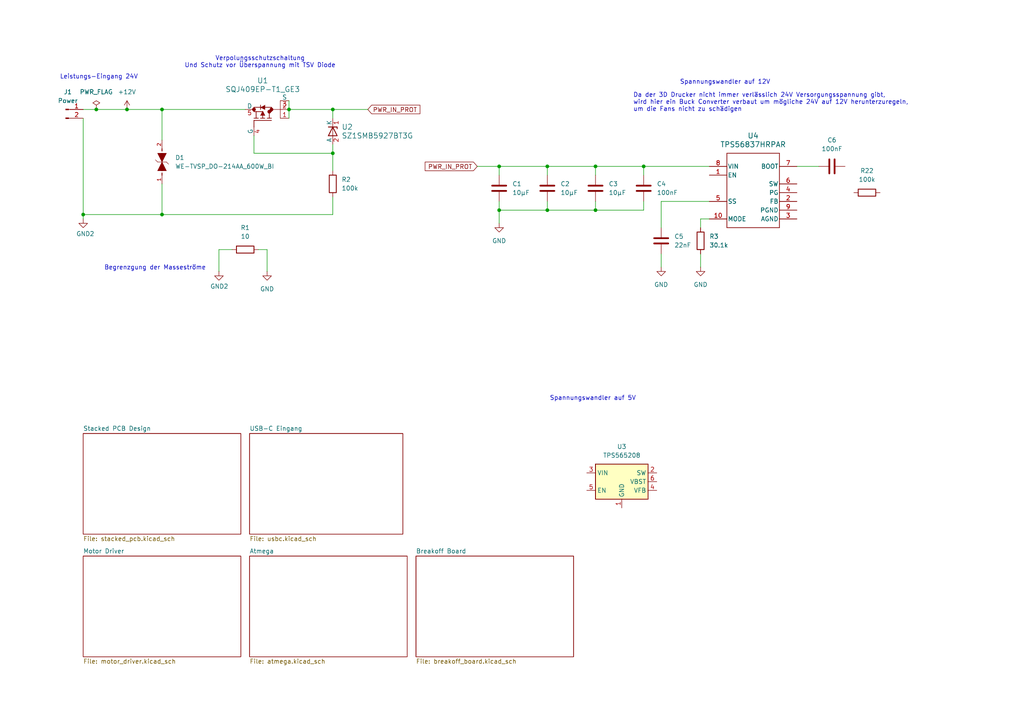
<source format=kicad_sch>
(kicad_sch (version 20231120) (generator "eeschema") (generator_version "8.0")
  (paper "A4")
  (lib_symbols
    (symbol "Connector:Conn_01x02_Pin" (pin_names (offset 1.016) hide)
      (property "Reference" "J" (at 0 2.54 0))
      (property "Value" "Conn_01x02_Pin" (at 0 -5.08 0))
      (symbol "Conn_01x02_Pin_1_1"
        (polyline (pts (xy 1.27 -2.54) (xy 0.8636 -2.54)) (stroke (width 0.1524)))
        (polyline (pts (xy 1.27 0) (xy 0.8636 0)) (stroke (width 0.1524)))
        (rectangle (start 0.8636 -2.413) (end 0 -2.667) (stroke (width 0.1524)) (fill (type outline)))
        (rectangle (start 0.8636 0.127) (end 0 -0.127) (stroke (width 0.1524)) (fill (type outline)))
        (pin passive line (at 5.08 0 180) (length 3.81) (name "Pin_1") (number "1"))
        (pin passive line (at 5.08 -2.54 180) (length 3.81) (name "Pin_2") (number "2"))
      )
    )
    (symbol "Device:C" (pin_numbers hide) (pin_names (offset 0.254))
      (property "Reference" "C" (at 0.635 2.54 0))
      (property "Value" "C" (at 0.635 -2.54 0))
      (symbol "C_0_1"
        (polyline (pts (xy -2.032 -0.762) (xy 2.032 -0.762)) (stroke (width 0.508)))
        (polyline (pts (xy -2.032 0.762) (xy 2.032 0.762)) (stroke (width 0.508)))
      )
      (symbol "C_1_1"
        (pin passive line (at 0 3.81 270) (length 2.794) (name "~") (number "1"))
        (pin passive line (at 0 -3.81 90) (length 2.794) (name "~") (number "2"))
      )
    )
    (symbol "Device:R" (pin_numbers hide) (pin_names (offset 0))
      (property "Reference" "R" (at 2.032 0 90))
      (property "Value" "R" (at 0 0 90))
      (symbol "R_0_1"
        (rectangle (start -1.016 -2.54) (end 1.016 2.54) (stroke (width 0.254)))
      )
      (symbol "R_1_1"
        (pin passive line (at 0 3.81 270) (length 1.27) (name "~") (number "1"))
        (pin passive line (at 0 -3.81 90) (length 1.27) (name "~") (number "2"))
      )
    )
    (symbol "Imported_Component_Symbols:SQJ409EP-T1_GE3" (pin_names (offset 0))
      (property "Reference" "U" (at 0 6.604 0))
      (property "Value" "SQJ409EP-T1_GE3" (at 0 8.89 0))
      (symbol "SQJ409EP-T1_GE3_0_1"
        (circle (center -2.54 0) (radius 0.0254) (stroke (width 0.508)))
        (polyline (pts (xy -2.54 -5.08) (xy -2.54 -3.175)) (stroke (width 0.2032)))
        (polyline (pts (xy -2.54 -0.635) (xy -2.54 0.635)) (stroke (width 0.2032)))
        (polyline (pts (xy -1.905 -2.54) (xy -1.905 -0.635)) (stroke (width 0.2032)))
        (polyline (pts (xy -1.905 -0.635) (xy -2.54 -0.635)) (stroke (width 0.2032)))
        (polyline (pts (xy -1.905 -0.635) (xy 0 -0.635)) (stroke (width 0.2032)))
        (polyline (pts (xy -1.27 -2.54) (xy -2.54 -2.54)) (stroke (width 0.2032)))
        (polyline (pts (xy -0.635 0.635) (xy -2.54 0.635)) (stroke (width 0.2032)))
        (polyline (pts (xy -0.635 1.27) (xy -0.635 0)) (stroke (width 0.2032)))
        (polyline (pts (xy 0 -1.778) (xy 0 -2.413)) (stroke (width 0.2032)))
        (polyline (pts (xy 0.635 -2.54) (xy -0.635 -2.54)) (stroke (width 0.2032)))
        (polyline (pts (xy 1.905 -2.54) (xy 1.905 -0.635)) (stroke (width 0.2032)))
        (polyline (pts (xy 1.905 -0.635) (xy 2.54 -0.635)) (stroke (width 0.127)))
        (polyline (pts (xy 2.54 -3.175) (xy -2.54 -3.175)) (stroke (width 0.2032)))
        (polyline (pts (xy 2.54 -2.54) (xy 1.27 -2.54)) (stroke (width 0.2032)))
        (polyline (pts (xy 2.54 -0.635) (xy 2.54 0.635)) (stroke (width 0.2032)))
        (polyline (pts (xy 2.54 0) (xy 5.08 0)) (stroke (width 0.127)))
        (polyline (pts (xy 2.54 0.635) (xy 0.635 0.635)) (stroke (width 0.2032)))
        (polyline (pts (xy 5.08 -2.54) (xy 5.08 2.54)) (stroke (width 0.127)))
        (polyline (pts (xy 0.635 -1.778) (xy 0 -0.508) (xy -0.635 -1.778)) (fill (type outline)))
        (polyline (pts (xy 0.635 1.27) (xy 0.635 0) (xy -0.635 0.635)) (fill (type outline)))
        (circle (center 1.905 -0.635) (radius 0.0254) (stroke (width 0.508)))
        (circle (center 2.54 0) (radius 0.0254) (stroke (width 0.508)))
      )
      (symbol "SQJ409EP-T1_GE3_1_1"
        (pin passive line (at 7.62 -2.54 180) (length 2.54) (name "") (number "1"))
        (pin passive line (at 7.62 0 180) (length 2.54) (name "") (number "2"))
        (pin passive line (at 7.62 2.54 180) (length 2.54) (name "S") (number "3"))
        (pin input line (at -2.54 -7.62 90) (length 2.54) (name "G") (number "4"))
        (pin passive line (at -5.08 0 0) (length 2.54) (name "D") (number "5"))
      )
    )
    (symbol "Imported_Component_Symbols:SZ1SMB5927BT3G" (pin_names (offset 0))
      (property "Reference" "U" (at 0 10.16 0))
      (property "Value" "SZ1SMB5927BT3G" (at 0 7.62 0))
      (symbol "SZ1SMB5927BT3G_0_1"
        (polyline (pts (xy 1.27 0) (xy -1.27 0)))
        (polyline (pts (xy -1.27 -1.27) (xy -1.27 1.27) (xy -0.762 1.27)) (stroke (width 0.254)))
        (polyline (pts (xy 1.27 -1.27) (xy 1.27 1.27) (xy -1.27 0) (xy 1.27 -1.27)) (stroke (width 0.254)))
      )
      (symbol "SZ1SMB5927BT3G_1_1"
        (pin passive line (at -3.81 0 0) (length 2.54) (name "K") (number "1"))
        (pin passive line (at 3.81 0 180) (length 2.54) (name "A") (number "2"))
      )
    )
    (symbol "Imported_Component_Symbols:TPS56837HRPAR" (pin_names (offset 0.254))
      (property "Reference" "U" (at -0.254 15.494 0))
      (property "Value" "TPS56837HRPAR" (at 0 11.938 0))
      (symbol "TPS56837HRPAR_0_1"
        (polyline (pts (xy -7.62 -11.43) (xy 7.62 -11.43)) (stroke (width 0.2032)))
        (polyline (pts (xy -7.62 10.16) (xy -7.62 -11.43)) (stroke (width 0.2032)))
        (polyline (pts (xy 7.62 -11.43) (xy 7.62 10.16)) (stroke (width 0.2032)))
        (polyline (pts (xy 7.62 10.16) (xy -7.62 10.16)) (stroke (width 0.2032)))
        (pin input line (at -12.7 3.81 0) (length 5.08) (name "EN") (number "1"))
        (pin unspecified line (at -12.7 -8.89 0) (length 5.08) (name "MODE") (number "10"))
        (pin unspecified line (at 12.7 -3.81 180) (length 5.08) (name "FB") (number "2"))
        (pin power_in line (at 12.7 -8.89 180) (length 5.08) (name "AGND") (number "3"))
        (pin open_collector line (at 12.7 -1.27 180) (length 5.08) (name "PG") (number "4"))
        (pin unspecified line (at -12.7 -3.81 0) (length 5.08) (name "SS") (number "5"))
        (pin unspecified line (at 12.7 1.27 180) (length 5.08) (name "SW") (number "6"))
        (pin unspecified line (at 12.7 6.35 180) (length 5.08) (name "BOOT") (number "7"))
        (pin power_in line (at -12.7 6.35 0) (length 5.08) (name "VIN") (number "8"))
        (pin power_in line (at 12.7 -6.35 180) (length 5.08) (name "PGND") (number "9"))
      )
    )
    (symbol "Imported_Component_Symbols:WE-TVSP_DO-214AA_600W_BI" (pin_names (offset 1.016))
      (property "Reference" "D" (at 1.27 2.54 0))
      (property "Value" "WE-TVSP_DO-214AA_600W_BI" (at -2.54 -3.81 0))
      (symbol "WE-TVSP_DO-214AA_600W_BI_0_0"
        (polyline (pts (xy -2.54 0) (xy -1.905 0)) (stroke (width 0.254)))
        (polyline (pts (xy -0.635 0) (xy -1.27 0)) (stroke (width 0.254)))
        (polyline (pts (xy 1.27 -1.27) (xy 0.635 -1.905)) (stroke (width 0.127)))
        (polyline (pts (xy 1.27 1.27) (xy 1.27 -1.27)) (stroke (width 0.127)))
        (polyline (pts (xy 1.905 1.905) (xy 1.27 1.27)) (stroke (width 0.127)))
        (polyline (pts (xy 3.175 0) (xy 3.81 0)) (stroke (width 0.254)))
        (polyline (pts (xy 5.08 0) (xy 4.445 0)) (stroke (width 0.254)))
        (polyline (pts (xy -1.27 1.27) (xy -1.27 -1.27) (xy 1.27 0) (xy -1.27 1.27)) (stroke (width 0.127)) (fill (type outline)))
        (polyline (pts (xy 3.81 -1.27) (xy 3.81 1.27) (xy 1.27 0) (xy 3.81 -1.27)) (stroke (width 0.127)) (fill (type outline)))
        (pin passive line (at -5.08 0 0) (length 2.54) (name "~") (number "1"))
        (pin passive line (at 7.62 0 180) (length 2.54) (name "~") (number "2"))
      )
    )
    (symbol "Regulator_Switching:TPS565208"
      (property "Reference" "U" (at -7.62 6.35 0))
      (property "Value" "TPS565208" (at -2.54 6.35 0))
      (symbol "TPS565208_0_1"
        (rectangle (start -7.62 5.08) (end 7.62 -5.08) (stroke (width 0.254)) (fill (type background)))
      )
      (symbol "TPS565208_1_1"
        (pin power_in line (at 0 -7.62 90) (length 2.54) (name "GND") (number "1"))
        (pin output line (at 10.16 2.54 180) (length 2.54) (name "SW") (number "2"))
        (pin power_in line (at -10.16 2.54 0) (length 2.54) (name "VIN") (number "3"))
        (pin input line (at 10.16 -2.54 180) (length 2.54) (name "VFB") (number "4"))
        (pin input line (at -10.16 -2.54 0) (length 2.54) (name "EN") (number "5"))
        (pin passive line (at 10.16 0 180) (length 2.54) (name "VBST") (number "6"))
      )
    )
    (symbol "power:+12V" (power) (pin_numbers hide) (pin_names (offset 0) hide)
      (property "Value" "+12V" (at 0 3.556 0))
      (symbol "+12V_0_1"
        (polyline (pts (xy -0.762 1.27) (xy 0 2.54)))
        (polyline (pts (xy 0 0) (xy 0 2.54)))
        (polyline (pts (xy 0 2.54) (xy 0.762 1.27)))
      )
      (symbol "+12V_1_1"
        (pin power_in line (at 0 0 90) (length 0) (name "~") (number "1"))
      )
    )
    (symbol "power:GND" (power) (pin_numbers hide) (pin_names (offset 0) hide)
      (property "Value" "GND" (at 0 -3.81 0))
      (symbol "GND_0_1"
        (polyline (pts (xy 0 0) (xy 0 -1.27) (xy 1.27 -1.27) (xy 0 -2.54) (xy -1.27 -1.27) (xy 0 -1.27)))
      )
      (symbol "GND_1_1"
        (pin power_in line (at 0 0 270) (length 0) (name "~") (number "1"))
      )
    )
    (symbol "power:GND2" (power) (pin_numbers hide) (pin_names (offset 0) hide)
      (property "Value" "GND2" (at 0 -3.81 0))
      (symbol "GND2_0_1"
        (polyline (pts (xy 0 0) (xy 0 -1.27) (xy 1.27 -1.27) (xy 0 -2.54) (xy -1.27 -1.27) (xy 0 -1.27)))
      )
      (symbol "GND2_1_1"
        (pin power_in line (at 0 0 270) (length 0) (name "~") (number "1"))
      )
    )
    (symbol "power:PWR_FLAG" (power) (pin_numbers hide) (pin_names (offset 0) hide)
      (property "Value" "PWR_FLAG" (at 0 3.81 0))
      (symbol "PWR_FLAG_0_0"
        (pin power_out line (at 0 0 90) (length 0) (name "~") (number "1"))
      )
      (symbol "PWR_FLAG_0_1"
        (polyline (pts (xy 0 0) (xy 0 1.27) (xy -1.016 1.905) (xy 0 2.54) (xy 1.016 1.905) (xy 0 1.27)))
      )
    )
  )
  (junction (at 46.99 31.75))
  (junction (at 186.69 48.26))
  (junction (at 158.75 48.26))
  (junction (at 144.78 60.96))
  (junction (at 144.78 48.26))
  (junction (at 24.13 62.23))
  (junction (at 36.83 31.75))
  (junction (at 172.72 48.26))
  (junction (at 96.52 44.45))
  (junction (at 83.82 31.75))
  (junction (at 27.94 31.75))
  (junction (at 172.72 60.96))
  (junction (at 96.52 31.75))
  (junction (at 46.99 62.23))
  (junction (at 158.75 60.96))
  (wire (pts (xy 158.75 48.26) (xy 172.72 48.26)))
  (wire (pts (xy 63.5 78.74) (xy 63.5 72.39)))
  (wire (pts (xy 203.2 63.5) (xy 205.74 63.5)))
  (wire (pts (xy 46.99 53.34) (xy 46.99 62.23)))
  (wire (pts (xy 203.2 73.66) (xy 203.2 77.47)))
  (wire (pts (xy 83.82 29.21) (xy 83.82 31.75)))
  (wire (pts (xy 83.82 31.75) (xy 83.82 34.29)))
  (wire (pts (xy 46.99 31.75) (xy 46.99 40.64)))
  (wire (pts (xy 24.13 34.29) (xy 24.13 62.23)))
  (wire (pts (xy 191.77 66.04) (xy 191.77 58.42)))
  (wire (pts (xy 77.47 78.74) (xy 77.47 72.39)))
  (wire (pts (xy 96.52 44.45) (xy 96.52 49.53)))
  (wire (pts (xy 96.52 34.29) (xy 96.52 31.75)))
  (wire (pts (xy 96.52 57.15) (xy 96.52 62.23)))
  (wire (pts (xy 186.69 48.26) (xy 186.69 50.8)))
  (wire (pts (xy 73.66 44.45) (xy 96.52 44.45)))
  (wire (pts (xy 144.78 48.26) (xy 144.78 50.8)))
  (wire (pts (xy 77.47 72.39) (xy 74.93 72.39)))
  (wire (pts (xy 144.78 58.42) (xy 144.78 60.96)))
  (wire (pts (xy 24.13 62.23) (xy 46.99 62.23)))
  (wire (pts (xy 138.43 48.26) (xy 144.78 48.26)))
  (wire (pts (xy 172.72 48.26) (xy 172.72 50.8)))
  (wire (pts (xy 186.69 60.96) (xy 172.72 60.96)))
  (wire (pts (xy 158.75 60.96) (xy 172.72 60.96)))
  (wire (pts (xy 186.69 58.42) (xy 186.69 60.96)))
  (wire (pts (xy 172.72 60.96) (xy 172.72 58.42)))
  (wire (pts (xy 36.83 31.75) (xy 46.99 31.75)))
  (wire (pts (xy 203.2 66.04) (xy 203.2 63.5)))
  (wire (pts (xy 96.52 31.75) (xy 106.68 31.75)))
  (wire (pts (xy 24.13 62.23) (xy 24.13 63.5)))
  (wire (pts (xy 73.66 39.37) (xy 73.66 44.45)))
  (wire (pts (xy 83.82 31.75) (xy 96.52 31.75)))
  (wire (pts (xy 144.78 60.96) (xy 158.75 60.96)))
  (wire (pts (xy 24.13 31.75) (xy 27.94 31.75)))
  (wire (pts (xy 186.69 48.26) (xy 205.74 48.26)))
  (wire (pts (xy 231.14 48.26) (xy 237.49 48.26)))
  (wire (pts (xy 191.77 58.42) (xy 205.74 58.42)))
  (wire (pts (xy 96.52 44.45) (xy 96.52 41.91)))
  (wire (pts (xy 158.75 58.42) (xy 158.75 60.96)))
  (wire (pts (xy 144.78 60.96) (xy 144.78 64.77)))
  (wire (pts (xy 191.77 73.66) (xy 191.77 77.47)))
  (wire (pts (xy 158.75 48.26) (xy 158.75 50.8)))
  (wire (pts (xy 46.99 62.23) (xy 96.52 62.23)))
  (wire (pts (xy 27.94 31.75) (xy 36.83 31.75)))
  (wire (pts (xy 144.78 48.26) (xy 158.75 48.26)))
  (wire (pts (xy 46.99 31.75) (xy 71.12 31.75)))
  (wire (pts (xy 63.5 72.39) (xy 67.31 72.39)))
  (wire (pts (xy 172.72 48.26) (xy 186.69 48.26)))
  (text "Leistungs-Eingang 24V" (at 28.702 22.352 0) (effects (font (size 1.27 1.27))))
  (text "Begrenzgung der Masseströme " (at 45.466 77.724 0) (effects (font (size 1.27 1.27))))
  (text "Spannungswandler auf 5V" (at 171.958 115.57 0) (effects (font (size 1.27 1.27))))
  (text "Verpolungsschutzschaltung\nUnd Schutz vor Überspannung mit TSV Diode\n" (at 75.438 18.034 0) (effects (font (size 1.27 1.27))))
  (text "Spannungswandler auf 12V" (at 210.312 23.876 0) (effects (font (size 1.27 1.27))))
  (text "Da der 3D Drucker nicht immer verlässlich 24V Versorgungsspannung gibt, \nwird hier ein Buck Converter verbaut um mögliche 24V auf 12V herunterzuregeln, \num die Fans nicht zu schädigen\n\n" (at 183.642 30.734 0) (effects (font (size 1.27 1.27)) (justify left)))
  (global_label "PWR_IN_PROT" (shape input) (at 138.43 48.26 180) (property "Intersheetrefs" "${INTERSHEET_REFS}" (effects (hide yes))))
  (global_label "PWR_IN_PROT" (shape input) (at 106.68 31.75 0) (property "Intersheetrefs" "${INTERSHEET_REFS}" (effects (hide yes))))
  (symbol (lib_id "power:PWR_FLAG") (at 27.94 31.75 0) (unit 1)
    (property "Reference" "#FLG01" (effects (hide yes)))
    (property "Value" "PWR_FLAG" (at 27.94 26.67 0))
    (property "Description" "Special symbol for telling ERC where power comes from" (effects (hide yes)))
  )
  (symbol (lib_id "power:GND") (at 77.47 78.74 0) (unit 1)
    (property "Reference" "#PWR04" (effects (hide yes)))
    (property "Value" "GND" (at 77.47 83.82 0))
    (property "Description" "Power symbol creates a global label with name \"GND\" , ground" (effects (hide yes)))
  )
  (symbol (lib_id "power:GND") (at 203.2 77.47 0) (unit 1)
    (property "Reference" "#PWR07" (effects (hide yes)))
    (property "Value" "GND" (at 203.2 82.55 0))
    (property "Description" "Power symbol creates a global label with name \"GND\" , ground" (effects (hide yes)))
  )
  (symbol (lib_id "Device:R") (at 96.52 53.34 0) (unit 1)
    (property "Reference" "R2" (at 99.06 52.0699 0) (effects (justify left)))
    (property "Value" "100k" (at 99.06 54.6099 0) (effects (justify left)))
    (property "Description" "Resistor" (effects (hide yes)))
  )
  (symbol (lib_id "power:GND2") (at 63.5 78.74 0) (unit 1)
    (property "Reference" "#PWR03" (effects (hide yes)))
    (property "Value" "GND2" (at 60.96 83.058 0) (effects (justify left)))
    (property "Description" "Power symbol creates a global label with name \"GND2\" , ground" (effects (hide yes)))
  )
  (symbol (lib_id "power:GND") (at 191.77 77.47 0) (unit 1)
    (property "Reference" "#PWR06" (effects (hide yes)))
    (property "Value" "GND" (at 191.77 82.55 0))
    (property "Description" "Power symbol creates a global label with name \"GND\" , ground" (effects (hide yes)))
  )
  (symbol (lib_id "Device:C") (at 158.75 54.61 0) (unit 1)
    (property "Reference" "C2" (at 162.56 53.3399 0) (effects (justify left)))
    (property "Value" "10µF" (at 162.56 55.8799 0) (effects (justify left)))
    (property "Description" "Unpolarized capacitor" (effects (hide yes)))
  )
  (symbol (lib_id "Imported_Component_Symbols:TPS56837HRPAR") (at 218.44 54.61 0) (unit 1)
    (property "Reference" "U4" (at 218.44 39.37 0) (effects (font (size 1.524 1.524))))
    (property "Value" "TPS56837HRPAR" (at 218.44 41.91 0) (effects (font (size 1.524 1.524))))
    (property "Footprint" "Imported_Component_Footprints:TPS56837HRPAR" (effects (hide yes)))
    (property "Datasheet" "TPS56837HRPAR" (effects (hide yes)))
  )
  (symbol (lib_id "Connector:Conn_01x02_Pin") (at 19.05 31.75 0) (unit 1)
    (property "Reference" "J1" (at 19.685 26.67 0))
    (property "Value" "Power" (at 19.685 29.21 0))
    (property "Description" "Generic connector, single row, 01x02, script generated" (effects (hide yes)))
  )
  (symbol (lib_id "Imported_Component_Symbols:WE-TVSP_DO-214AA_600W_BI") (at 46.99 48.26 90) (unit 1)
    (property "Reference" "D1" (at 50.8 45.7199 90) (effects (justify right)))
    (property "Value" "WE-TVSP_DO-214AA_600W_BI" (at 50.8 48.2599 90) (effects (justify right)))
    (property "Footprint" "WE-TVSP_DO-214AA_600W_BI:WE-TVSP_DO-214AA_BIDIRECTIONAL" (effects (hide yes)))
  )
  (symbol (lib_id "Device:C") (at 191.77 69.85 0) (unit 1)
    (property "Reference" "C5" (at 195.58 68.5799 0) (effects (justify left)))
    (property "Value" "22nF" (at 195.58 71.1199 0) (effects (justify left)))
    (property "Description" "Unpolarized capacitor" (effects (hide yes)))
  )
  (symbol (lib_id "Device:R") (at 251.46 55.88 90) (unit 1)
    (property "Reference" "R22" (at 251.46 49.53 90))
    (property "Value" "100k" (at 251.46 52.07 90))
    (property "Description" "Resistor" (effects (hide yes)))
  )
  (symbol (lib_id "Device:R") (at 71.12 72.39 90) (unit 1)
    (property "Reference" "R1" (at 71.12 66.04 90))
    (property "Value" "10" (at 71.12 68.58 90))
    (property "Description" "Resistor" (effects (hide yes)))
  )
  (symbol (lib_id "power:GND") (at 144.78 64.77 0) (unit 1)
    (property "Reference" "#PWR05" (effects (hide yes)))
    (property "Value" "GND" (at 144.78 69.85 0))
    (property "Description" "Power symbol creates a global label with name \"GND\" , ground" (effects (hide yes)))
  )
  (symbol (lib_id "Imported_Component_Symbols:SQJ409EP-T1_GE3") (at 76.2 31.75 0) (unit 1)
    (property "Reference" "U1" (at 76.2 23.368 0) (effects (font (size 1.524 1.524))))
    (property "Value" "SQJ409EP-T1_GE3" (at 76.2 25.908 0) (effects (font (size 1.524 1.524))))
    (property "Footprint" "Imported_Component_Footprints:SQJ409EP_T1_GE3" (effects (hide yes)))
    (property "Datasheet" "SQJ409EP-T1_GE3" (effects (hide yes)))
  )
  (symbol (lib_id "Device:R") (at 203.2 69.85 0) (unit 1)
    (property "Reference" "R3" (at 205.74 68.5799 0) (effects (justify left)))
    (property "Value" "30.1k" (at 205.74 71.1199 0) (effects (justify left)))
    (property "Description" "Resistor" (effects (hide yes)))
  )
  (symbol (lib_id "Imported_Component_Symbols:SZ1SMB5927BT3G") (at 96.52 38.1 270) (unit 1)
    (property "Reference" "U2" (at 99.06 36.8299 90) (effects (font (size 1.524 1.524)) (justify left)))
    (property "Value" "SZ1SMB5927BT3G" (at 99.06 39.3699 90) (effects (font (size 1.524 1.524)) (justify left)))
    (property "Footprint" "Imported_Component_Footprints:SZ1SMB5927BT3G" (effects (hide yes)))
    (property "Datasheet" "SZ1SMB5927BT3G" (effects (hide yes)))
  )
  (symbol (lib_id "power:+12V") (at 36.83 31.75 0) (unit 1)
    (property "Reference" "#PWR02" (effects (hide yes)))
    (property "Value" "+12V" (at 36.83 26.67 0))
    (property "Description" "Power symbol creates a global label with name \"+12V\"" (effects (hide yes)))
  )
  (symbol (lib_id "Device:C") (at 186.69 54.61 0) (unit 1)
    (property "Reference" "C4" (at 190.5 53.3399 0) (effects (justify left)))
    (property "Value" "100nF" (at 190.5 55.8799 0) (effects (justify left)))
    (property "Description" "Unpolarized capacitor" (effects (hide yes)))
  )
  (symbol (lib_id "Device:C") (at 172.72 54.61 0) (unit 1)
    (property "Reference" "C3" (at 176.53 53.3399 0) (effects (justify left)))
    (property "Value" "10µF" (at 176.53 55.8799 0) (effects (justify left)))
    (property "Description" "Unpolarized capacitor" (effects (hide yes)))
  )
  (symbol (lib_id "power:GND2") (at 24.13 63.5 0) (unit 1)
    (property "Reference" "#PWR01" (effects (hide yes)))
    (property "Value" "GND2" (at 22.098 67.818 0) (effects (justify left)))
    (property "Description" "Power symbol creates a global label with name \"GND2\" , ground" (effects (hide yes)))
  )
  (symbol (lib_id "Device:C") (at 144.78 54.61 0) (unit 1)
    (property "Reference" "C1" (at 148.59 53.3399 0) (effects (justify left)))
    (property "Value" "10µF" (at 148.59 55.8799 0) (effects (justify left)))
    (property "Description" "Unpolarized capacitor" (effects (hide yes)))
  )
  (symbol (lib_id "Regulator_Switching:TPS565208") (at 180.34 139.7 0) (unit 1)
    (property "Reference" "U3" (at 180.34 129.54 0))
    (property "Value" "TPS565208" (at 180.34 132.08 0))
    (property "Footprint" "Package_TO_SOT_SMD:SOT-23-6" (effects (hide yes)))
    (property "Datasheet" "http://www.ti.com/lit/ds/symlink/tps565208.pdf" (effects (hide yes)))
    (property "Description" "5A Synchronous Step-Down Voltage Regulator, Adjustable Output Voltage, 4.5-17V Input Voltage, SOT-23-6" (effects (hide yes)))
  )
  (symbol (lib_id "Device:C") (at 241.3 48.26 90) (unit 1)
    (property "Reference" "C6" (at 241.3 40.64 90))
    (property "Value" "100nF" (at 241.3 43.18 90))
    (property "Description" "Unpolarized capacitor" (effects (hide yes)))
  )
  (sheet (at 24.13 161.29) (size 45.72 29.21) (stroke (width 0.1524))
    (property "Sheetname" "Motor Driver" (at 24.13 160.5784 0) (effects (justify left bottom)))
    (property "Sheetfile" "motor_driver.kicad_sch" (at 24.13 191.0846 0) (effects (justify left top)))
  )
  (sheet (at 72.39 161.29) (size 45.72 29.21) (stroke (width 0.1524))
    (property "Sheetname" "Atmega" (at 72.39 160.5784 0) (effects (justify left bottom)))
    (property "Sheetfile" "atmega.kicad_sch" (at 72.39 191.0846 0) (effects (justify left top)))
  )
  (sheet (at 24.13 125.73) (size 45.72 29.21) (stroke (width 0.1524))
    (property "Sheetname" "Stacked PCB Design" (at 24.13 125.0184 0) (effects (justify left bottom)))
    (property "Sheetfile" "stacked_pcb.kicad_sch" (at 24.13 155.5246 0) (effects (justify left top)))
  )
  (sheet (at 120.65 161.29) (size 45.72 29.21) (stroke (width 0.1524))
    (property "Sheetname" "Breakoff Board" (at 120.65 160.5784 0) (effects (justify left bottom)))
    (property "Sheetfile" "breakoff_board.kicad_sch" (at 120.65 191.0846 0) (effects (justify left top)))
  )
  (sheet (at 72.39 125.73) (size 44.45 29.21) (stroke (width 0.1524))
    (property "Sheetname" "USB-C Eingang" (at 72.39 125.0184 0) (effects (justify left bottom)))
    (property "Sheetfile" "usbc.kicad_sch" (at 72.39 155.5246 0) (effects (justify left top)))
  )
)
</source>
